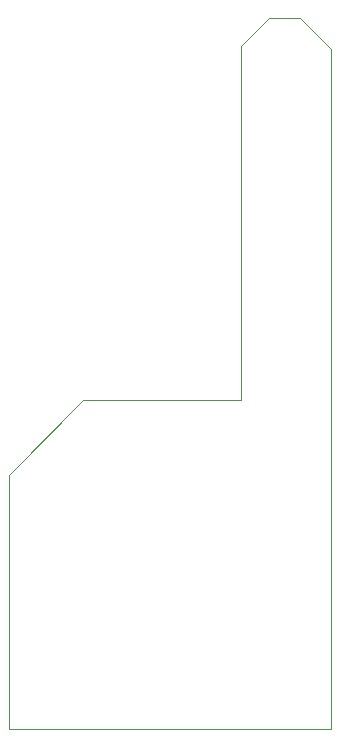
<source format=gm1>
G04 #@! TF.GenerationSoftware,KiCad,Pcbnew,8.0.2-8.0.2-0~ubuntu22.04.1*
G04 #@! TF.CreationDate,2024-05-30T09:26:34-06:00*
G04 #@! TF.ProjectId,sensor_sigfox_1.2,73656e73-6f72-45f7-9369-67666f785f31,rev?*
G04 #@! TF.SameCoordinates,Original*
G04 #@! TF.FileFunction,Profile,NP*
%FSLAX46Y46*%
G04 Gerber Fmt 4.6, Leading zero omitted, Abs format (unit mm)*
G04 Created by KiCad (PCBNEW 8.0.2-8.0.2-0~ubuntu22.04.1) date 2024-05-30 09:26:34*
%MOMM*%
%LPD*%
G01*
G04 APERTURE LIST*
G04 #@! TA.AperFunction,Profile*
%ADD10C,0.100000*%
G04 #@! TD*
G04 APERTURE END LIST*
D10*
X141020000Y-38567802D02*
X141020000Y-96117802D01*
X113720000Y-96117802D01*
X113720000Y-74607802D01*
X120040000Y-68287802D01*
X133400000Y-68287802D01*
X133400000Y-38317802D01*
X135750000Y-35967802D01*
X138420000Y-35967802D01*
X141020000Y-38567802D01*
M02*

</source>
